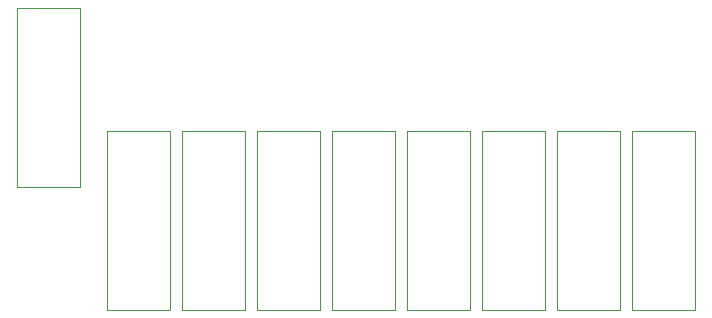
<source format=gbr>
G04 #@! TF.GenerationSoftware,KiCad,Pcbnew,(5.1.0)-1*
G04 #@! TF.CreationDate,2019-07-06T23:43:08-04:00*
G04 #@! TF.ProjectId,ESP32_Controller,45535033-325f-4436-9f6e-74726f6c6c65,v1.2*
G04 #@! TF.SameCoordinates,Original*
G04 #@! TF.FileFunction,Other,ECO1*
%FSLAX46Y46*%
G04 Gerber Fmt 4.6, Leading zero omitted, Abs format (unit mm)*
G04 Created by KiCad (PCBNEW (5.1.0)-1) date 2019-07-06 23:43:08*
%MOMM*%
%LPD*%
G04 APERTURE LIST*
%ADD10C,0.050000*%
G04 APERTURE END LIST*
D10*
X123300000Y-121646000D02*
X118000000Y-121646000D01*
X123300000Y-106446000D02*
X123300000Y-121646000D01*
X118000000Y-106446000D02*
X123300000Y-106446000D01*
X118000000Y-121646000D02*
X118000000Y-106446000D01*
X130920000Y-132060000D02*
X125620000Y-132060000D01*
X130920000Y-116860000D02*
X130920000Y-132060000D01*
X125620000Y-116860000D02*
X130920000Y-116860000D01*
X125620000Y-132060000D02*
X125620000Y-116860000D01*
X175370000Y-132060000D02*
X170070000Y-132060000D01*
X175370000Y-116860000D02*
X175370000Y-132060000D01*
X170070000Y-116860000D02*
X175370000Y-116860000D01*
X170070000Y-132060000D02*
X170070000Y-116860000D01*
X169020000Y-132060000D02*
X163720000Y-132060000D01*
X169020000Y-116860000D02*
X169020000Y-132060000D01*
X163720000Y-116860000D02*
X169020000Y-116860000D01*
X163720000Y-132060000D02*
X163720000Y-116860000D01*
X162670000Y-132060000D02*
X157370000Y-132060000D01*
X162670000Y-116860000D02*
X162670000Y-132060000D01*
X157370000Y-116860000D02*
X162670000Y-116860000D01*
X157370000Y-132060000D02*
X157370000Y-116860000D01*
X156320000Y-132060000D02*
X151020000Y-132060000D01*
X156320000Y-116860000D02*
X156320000Y-132060000D01*
X151020000Y-116860000D02*
X156320000Y-116860000D01*
X151020000Y-132060000D02*
X151020000Y-116860000D01*
X149970000Y-132060000D02*
X144670000Y-132060000D01*
X149970000Y-116860000D02*
X149970000Y-132060000D01*
X144670000Y-116860000D02*
X149970000Y-116860000D01*
X144670000Y-132060000D02*
X144670000Y-116860000D01*
X143620000Y-132060000D02*
X138320000Y-132060000D01*
X143620000Y-116860000D02*
X143620000Y-132060000D01*
X138320000Y-116860000D02*
X143620000Y-116860000D01*
X138320000Y-132060000D02*
X138320000Y-116860000D01*
X137270000Y-132060000D02*
X131970000Y-132060000D01*
X137270000Y-116860000D02*
X137270000Y-132060000D01*
X131970000Y-116860000D02*
X137270000Y-116860000D01*
X131970000Y-132060000D02*
X131970000Y-116860000D01*
M02*

</source>
